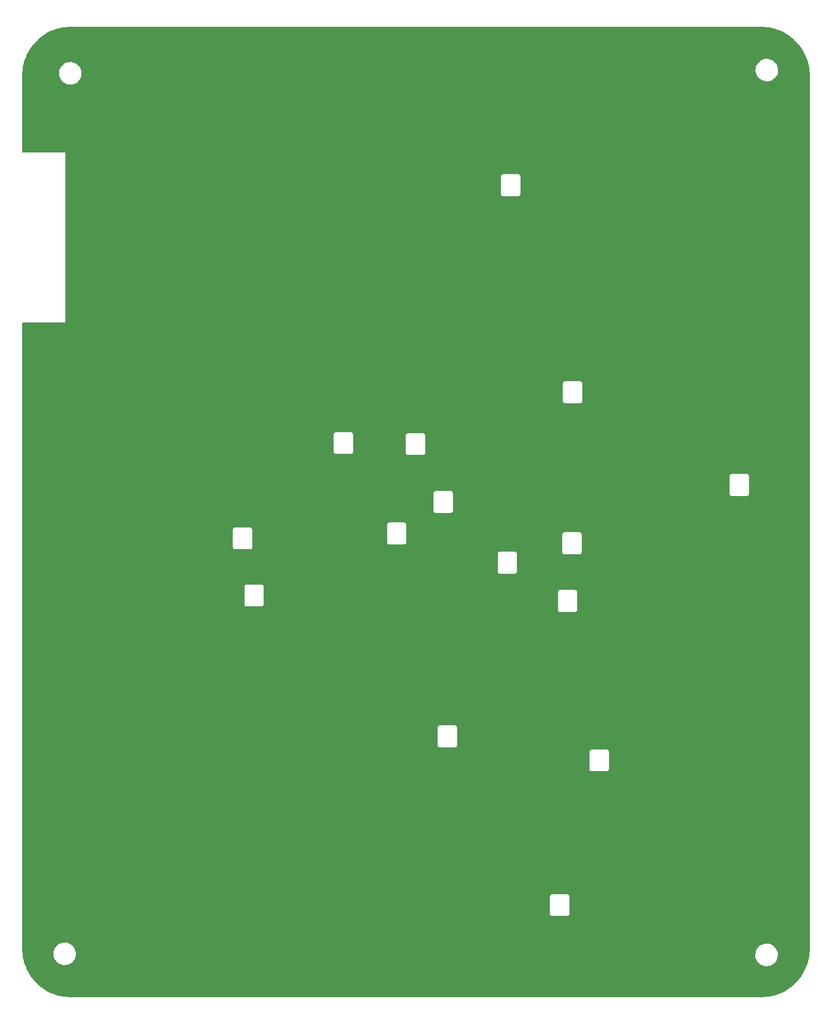
<source format=gtl>
G04 #@! TF.GenerationSoftware,KiCad,Pcbnew,7.0.10*
G04 #@! TF.CreationDate,2024-02-18T18:29:19+01:00*
G04 #@! TF.ProjectId,hackerspacesnl,6861636b-6572-4737-9061-6365736e6c2e,rev?*
G04 #@! TF.SameCoordinates,Original*
G04 #@! TF.FileFunction,Copper,L1,Top*
G04 #@! TF.FilePolarity,Positive*
%FSLAX46Y46*%
G04 Gerber Fmt 4.6, Leading zero omitted, Abs format (unit mm)*
G04 Created by KiCad (PCBNEW 7.0.10) date 2024-02-18 18:29:19*
%MOMM*%
%LPD*%
G01*
G04 APERTURE LIST*
G04 #@! TA.AperFunction,ViaPad*
%ADD10C,0.800000*%
G04 #@! TD*
G04 APERTURE END LIST*
D10*
X73914000Y-69342000D03*
X116713000Y-110998000D03*
X151765000Y-109855000D03*
X69850000Y-59690000D03*
X99695000Y-148590000D03*
X124460000Y-152400000D03*
X61595000Y-68580000D03*
X41275000Y-55245000D03*
X147320000Y-107315000D03*
X119800000Y-128100000D03*
X73025000Y-53340000D03*
X107600000Y-107000000D03*
X67800000Y-118200000D03*
X135100000Y-148800000D03*
X70400000Y-108200000D03*
X60325000Y-55245000D03*
X114935000Y-68580000D03*
X51435000Y-98425000D03*
X66040000Y-116205000D03*
X56515000Y-55245000D03*
X57150000Y-94615000D03*
X76200000Y-98425000D03*
X125730000Y-144145000D03*
X118745000Y-55245000D03*
X46990000Y-85090000D03*
X130810000Y-116840000D03*
X118000000Y-116000000D03*
X149225000Y-97155000D03*
X72390000Y-108585000D03*
X118110000Y-175260000D03*
X100600000Y-92000000D03*
X114400000Y-121100000D03*
X35560000Y-97155000D03*
X67945000Y-125730000D03*
X40640000Y-89535000D03*
X125730000Y-93980000D03*
X116600000Y-118400000D03*
X105410000Y-114300000D03*
X125730000Y-140970000D03*
X132700000Y-126200000D03*
X64135000Y-59055000D03*
X156300000Y-98400000D03*
X152400000Y-102870000D03*
X118364000Y-114808000D03*
X84200000Y-92000000D03*
X83185000Y-66040000D03*
X91440000Y-114300000D03*
X99060000Y-107315000D03*
X86360000Y-76835000D03*
X104140000Y-102235000D03*
X57150000Y-123825000D03*
X63500000Y-102870000D03*
X48260000Y-71755000D03*
X94615000Y-98425000D03*
X131200000Y-144800000D03*
X120015000Y-91440000D03*
X99700000Y-118600000D03*
X57150000Y-88900000D03*
X134620000Y-155575000D03*
X78486000Y-69342000D03*
X74900000Y-114800000D03*
X130810000Y-83820000D03*
X41275000Y-71755000D03*
X96520000Y-113665000D03*
X125730000Y-52070000D03*
X120300000Y-110500000D03*
X121920000Y-75565000D03*
X120280000Y-116801852D03*
X74295000Y-81915000D03*
X77470000Y-123190000D03*
X82550000Y-84455000D03*
X88900000Y-96520000D03*
X153035000Y-86360000D03*
X68580000Y-146050000D03*
X125095000Y-118745000D03*
X132900000Y-113600000D03*
X62865000Y-131445000D03*
X71120000Y-143510000D03*
X96520000Y-50800000D03*
X99060000Y-176530000D03*
X91440000Y-50800000D03*
X94615000Y-89535000D03*
X157480000Y-106680000D03*
X100965000Y-100330000D03*
X109855000Y-121285000D03*
X53340000Y-69215000D03*
X124500000Y-148000000D03*
X114400000Y-49000000D03*
X49530000Y-91440000D03*
X99695000Y-168910000D03*
X92075000Y-46355000D03*
X102870000Y-140970000D03*
X89535000Y-89535000D03*
X83820000Y-117475000D03*
X96300000Y-118000000D03*
X110236000Y-146304000D03*
X55880000Y-73025000D03*
X75100000Y-108500000D03*
X111900000Y-59600000D03*
X128905000Y-157480000D03*
X109220000Y-50800000D03*
X55880000Y-83820000D03*
X53340000Y-91440000D03*
X132600000Y-121900000D03*
X120650000Y-79375000D03*
X107900000Y-102300000D03*
X119380000Y-126365000D03*
X79375000Y-57785000D03*
X129540000Y-151130000D03*
X94615000Y-93345000D03*
X110120000Y-57785000D03*
X82550000Y-100330000D03*
X125500000Y-168000000D03*
X126365000Y-125730000D03*
X96100000Y-102300000D03*
G04 #@! TA.AperFunction,Conductor*
G36*
X153772680Y-28885816D02*
G01*
X154179296Y-28896037D01*
X154185486Y-28896348D01*
X154585040Y-28926564D01*
X154591197Y-28927185D01*
X154984766Y-28976944D01*
X154990899Y-28977876D01*
X155378029Y-29046696D01*
X155384033Y-29047918D01*
X155764235Y-29135307D01*
X155770165Y-29136827D01*
X156066967Y-29220799D01*
X156142916Y-29242288D01*
X156148786Y-29244107D01*
X156221313Y-29268567D01*
X156513651Y-29367163D01*
X156519365Y-29369249D01*
X156875890Y-29509428D01*
X156881497Y-29511793D01*
X157229122Y-29668576D01*
X157234578Y-29671198D01*
X157572903Y-29844138D01*
X157578188Y-29847004D01*
X157906698Y-30035602D01*
X157911815Y-30038707D01*
X158230072Y-30242506D01*
X158235013Y-30245841D01*
X158542422Y-30464290D01*
X158547177Y-30467843D01*
X158752517Y-30629158D01*
X158843357Y-30700523D01*
X158847946Y-30704310D01*
X159132333Y-30950677D01*
X159136730Y-30954674D01*
X159408889Y-31214288D01*
X159413087Y-31218489D01*
X159672513Y-31490846D01*
X159676506Y-31495244D01*
X159922700Y-31779839D01*
X159926482Y-31784430D01*
X160158983Y-32080808D01*
X160162548Y-32085585D01*
X160380837Y-32393214D01*
X160384178Y-32398171D01*
X160587808Y-32716620D01*
X160590917Y-32721750D01*
X160779399Y-33050534D01*
X160782266Y-33055831D01*
X160955056Y-33394349D01*
X160957675Y-33399804D01*
X161114355Y-33747703D01*
X161116715Y-33753305D01*
X161256793Y-34110088D01*
X161258885Y-34115828D01*
X161381855Y-34480959D01*
X161383669Y-34486824D01*
X161489047Y-34859824D01*
X161490576Y-34865798D01*
X161577891Y-35246234D01*
X161579124Y-35252299D01*
X161647888Y-35639675D01*
X161648820Y-35645816D01*
X161698538Y-36039627D01*
X161699163Y-36045821D01*
X161729357Y-36445649D01*
X161729670Y-36451876D01*
X161739883Y-36858768D01*
X161739922Y-36861879D01*
X161739922Y-180409714D01*
X161739883Y-180412825D01*
X161729670Y-180819716D01*
X161729357Y-180825943D01*
X161699163Y-181225770D01*
X161698538Y-181231963D01*
X161648820Y-181625777D01*
X161647888Y-181631919D01*
X161579124Y-182019293D01*
X161577891Y-182025358D01*
X161490576Y-182405795D01*
X161489047Y-182411769D01*
X161383669Y-182784768D01*
X161381855Y-182790633D01*
X161258883Y-183155771D01*
X161256791Y-183161511D01*
X161116718Y-183518281D01*
X161114358Y-183523883D01*
X160957675Y-183871788D01*
X160955056Y-183877243D01*
X160782266Y-184215761D01*
X160779399Y-184221058D01*
X160590917Y-184549842D01*
X160587808Y-184554972D01*
X160384196Y-184873393D01*
X160380856Y-184878350D01*
X160162532Y-185186032D01*
X160158966Y-185190810D01*
X159926482Y-185487163D01*
X159922700Y-185491753D01*
X159676506Y-185776348D01*
X159672513Y-185780746D01*
X159413087Y-186053103D01*
X159408889Y-186057304D01*
X159136751Y-186316897D01*
X159132355Y-186320894D01*
X158847936Y-186567291D01*
X158843346Y-186571078D01*
X158547188Y-186803741D01*
X158542412Y-186807310D01*
X158235021Y-187025745D01*
X158230063Y-187029092D01*
X157911824Y-187232880D01*
X157906692Y-187235993D01*
X157578187Y-187424587D01*
X157572888Y-187427461D01*
X157234580Y-187600392D01*
X157229122Y-187603015D01*
X156881497Y-187759798D01*
X156875890Y-187762163D01*
X156519365Y-187902342D01*
X156513620Y-187904439D01*
X156148800Y-188027480D01*
X156142929Y-188029300D01*
X155770176Y-188134760D01*
X155764196Y-188136292D01*
X155384068Y-188223664D01*
X155377994Y-188224901D01*
X154990910Y-188293712D01*
X154984761Y-188294647D01*
X154591216Y-188344403D01*
X154585012Y-188345029D01*
X154185510Y-188375240D01*
X154179276Y-188375554D01*
X153772680Y-188385776D01*
X153769564Y-188385815D01*
X40210220Y-188385815D01*
X40207104Y-188385776D01*
X39800509Y-188375554D01*
X39794275Y-188375240D01*
X39394771Y-188345029D01*
X39388567Y-188344403D01*
X38995025Y-188294647D01*
X38988876Y-188293712D01*
X38710181Y-188244169D01*
X38601785Y-188224900D01*
X38595720Y-188223665D01*
X38475052Y-188195929D01*
X38215587Y-188136292D01*
X38209607Y-188134760D01*
X37836855Y-188029300D01*
X37830984Y-188027480D01*
X37677009Y-187975549D01*
X37466156Y-187904436D01*
X37460419Y-187902342D01*
X37103887Y-187762160D01*
X37098280Y-187759795D01*
X36750687Y-187603027D01*
X36745229Y-187600404D01*
X36406888Y-187427457D01*
X36401588Y-187424583D01*
X36073074Y-187235983D01*
X36067960Y-187232880D01*
X35935196Y-187147863D01*
X35749755Y-187029113D01*
X35744798Y-187025768D01*
X35437346Y-186807291D01*
X35432570Y-186803721D01*
X35136430Y-186571071D01*
X35131840Y-186567283D01*
X34847443Y-186320904D01*
X34843047Y-186316908D01*
X34843035Y-186316897D01*
X34570895Y-186057302D01*
X34566699Y-186053103D01*
X34307273Y-185780746D01*
X34303280Y-185776348D01*
X34057075Y-185491741D01*
X34053293Y-185487150D01*
X33820804Y-185190786D01*
X33817239Y-185186009D01*
X33598930Y-184878350D01*
X33595624Y-184873445D01*
X33391972Y-184554961D01*
X33388865Y-184549833D01*
X33200389Y-184221058D01*
X33197522Y-184215762D01*
X33024724Y-183877226D01*
X33022105Y-183871771D01*
X32865426Y-183523874D01*
X32863066Y-183518272D01*
X32723001Y-183161522D01*
X32720909Y-183155782D01*
X32704525Y-183107134D01*
X32597925Y-182790610D01*
X32596126Y-182784793D01*
X32490739Y-182411760D01*
X32489227Y-182405852D01*
X32401891Y-182025339D01*
X32400666Y-182019309D01*
X32400663Y-182019293D01*
X32331895Y-181631887D01*
X32330971Y-181625803D01*
X32291996Y-181317083D01*
X37368467Y-181317083D01*
X37398093Y-181586333D01*
X37398095Y-181586344D01*
X37466606Y-181848402D01*
X37466608Y-181848408D01*
X37572550Y-182097710D01*
X37644678Y-182215895D01*
X37713659Y-182328925D01*
X37713666Y-182328935D01*
X37886933Y-182537139D01*
X37886939Y-182537144D01*
X38088678Y-182717902D01*
X38314590Y-182867364D01*
X38559856Y-182982340D01*
X38559863Y-182982342D01*
X38559865Y-182982343D01*
X38819237Y-183060377D01*
X38819244Y-183060378D01*
X38819249Y-183060380D01*
X39087241Y-183099820D01*
X39087246Y-183099820D01*
X39290309Y-183099820D01*
X39290311Y-183099820D01*
X39290316Y-183099819D01*
X39290328Y-183099819D01*
X39327871Y-183097070D01*
X39492836Y-183084997D01*
X39605438Y-183059913D01*
X39757226Y-183026102D01*
X39757228Y-183026101D01*
X39757233Y-183026100D01*
X40010238Y-182929334D01*
X40246457Y-182796761D01*
X40460857Y-182631208D01*
X40648866Y-182436201D01*
X40806479Y-182215899D01*
X40905842Y-182022637D01*
X40930329Y-181975010D01*
X40930331Y-181975004D01*
X40930336Y-181974995D01*
X41017798Y-181718625D01*
X41059125Y-181494883D01*
X152796227Y-181494883D01*
X152825853Y-181764133D01*
X152825855Y-181764144D01*
X152894150Y-182025375D01*
X152894368Y-182026208D01*
X153000310Y-182275510D01*
X153081805Y-182409044D01*
X153141419Y-182506725D01*
X153141426Y-182506735D01*
X153314693Y-182714939D01*
X153314699Y-182714944D01*
X153399175Y-182790634D01*
X153516438Y-182895702D01*
X153742350Y-183045164D01*
X153987616Y-183160140D01*
X153987623Y-183160142D01*
X153987625Y-183160143D01*
X154246997Y-183238177D01*
X154247004Y-183238178D01*
X154247009Y-183238180D01*
X154515001Y-183277620D01*
X154515006Y-183277620D01*
X154718069Y-183277620D01*
X154718071Y-183277620D01*
X154718076Y-183277619D01*
X154718088Y-183277619D01*
X154755631Y-183274870D01*
X154920596Y-183262797D01*
X155033198Y-183237713D01*
X155184986Y-183203902D01*
X155184988Y-183203901D01*
X155184993Y-183203900D01*
X155437998Y-183107134D01*
X155674217Y-182974561D01*
X155888617Y-182809008D01*
X156076626Y-182614001D01*
X156234239Y-182393699D01*
X156325654Y-182215895D01*
X156358089Y-182152810D01*
X156358091Y-182152804D01*
X156358096Y-182152795D01*
X156445558Y-181896425D01*
X156494759Y-181630053D01*
X156504652Y-181359355D01*
X156475026Y-181090102D01*
X156406512Y-180828032D01*
X156300570Y-180578730D01*
X156159458Y-180347510D01*
X156105557Y-180282741D01*
X155986186Y-180139300D01*
X155986180Y-180139295D01*
X155784442Y-179958538D01*
X155558532Y-179809077D01*
X155558530Y-179809076D01*
X155313264Y-179694100D01*
X155313259Y-179694098D01*
X155313254Y-179694096D01*
X155053882Y-179616062D01*
X155053868Y-179616059D01*
X154938231Y-179599041D01*
X154785879Y-179576620D01*
X154582809Y-179576620D01*
X154582791Y-179576620D01*
X154380284Y-179591443D01*
X154380271Y-179591445D01*
X154115893Y-179650337D01*
X154115886Y-179650340D01*
X153862879Y-179747107D01*
X153626666Y-179879677D01*
X153412262Y-180045232D01*
X153224262Y-180240229D01*
X153224256Y-180240236D01*
X153066642Y-180460539D01*
X153066639Y-180460544D01*
X152942790Y-180701429D01*
X152942783Y-180701447D01*
X152855324Y-180957805D01*
X152855321Y-180957819D01*
X152830889Y-181090095D01*
X152813996Y-181181555D01*
X152806121Y-181224188D01*
X152806120Y-181224195D01*
X152796227Y-181494883D01*
X41059125Y-181494883D01*
X41066999Y-181452253D01*
X41076892Y-181181555D01*
X41047266Y-180912302D01*
X40978752Y-180650232D01*
X40872810Y-180400930D01*
X40731698Y-180169710D01*
X40642427Y-180062439D01*
X40558426Y-179961500D01*
X40558420Y-179961495D01*
X40356682Y-179780738D01*
X40130772Y-179631277D01*
X40130770Y-179631276D01*
X39885504Y-179516300D01*
X39885499Y-179516298D01*
X39885494Y-179516296D01*
X39626122Y-179438262D01*
X39626108Y-179438259D01*
X39510471Y-179421241D01*
X39358119Y-179398820D01*
X39155049Y-179398820D01*
X39155031Y-179398820D01*
X38952524Y-179413643D01*
X38952511Y-179413645D01*
X38688133Y-179472537D01*
X38688126Y-179472540D01*
X38435119Y-179569307D01*
X38198906Y-179701877D01*
X37984502Y-179867432D01*
X37796502Y-180062429D01*
X37796496Y-180062436D01*
X37638882Y-180282739D01*
X37638879Y-180282744D01*
X37515030Y-180523629D01*
X37515023Y-180523647D01*
X37427564Y-180780005D01*
X37427561Y-180780019D01*
X37378361Y-181046388D01*
X37378360Y-181046395D01*
X37368467Y-181317083D01*
X32291996Y-181317083D01*
X32281249Y-181231953D01*
X32280625Y-181225769D01*
X32280506Y-181224187D01*
X32250430Y-180825914D01*
X32250120Y-180819745D01*
X32239907Y-180412825D01*
X32239868Y-180409714D01*
X32239868Y-174685027D01*
X119012300Y-174685027D01*
X119039593Y-174786887D01*
X119092320Y-174878213D01*
X119166887Y-174952780D01*
X119258213Y-175005507D01*
X119360073Y-175032800D01*
X119360075Y-175032800D01*
X121865525Y-175032800D01*
X121865527Y-175032800D01*
X121967387Y-175005507D01*
X122058713Y-174952780D01*
X122133280Y-174878213D01*
X122186007Y-174786887D01*
X122213300Y-174685027D01*
X122213300Y-174632300D01*
X122213300Y-174631800D01*
X122213300Y-171832201D01*
X122213300Y-171779573D01*
X122186007Y-171677713D01*
X122133280Y-171586387D01*
X122058713Y-171511820D01*
X121967387Y-171459093D01*
X121865527Y-171431800D01*
X121812899Y-171431800D01*
X119413300Y-171431800D01*
X119412800Y-171431800D01*
X119360073Y-171431800D01*
X119258213Y-171459093D01*
X119258210Y-171459094D01*
X119166885Y-171511821D01*
X119092321Y-171586385D01*
X119039594Y-171677710D01*
X119039593Y-171677713D01*
X119012300Y-171779573D01*
X119012300Y-171832201D01*
X119012300Y-174631800D01*
X119012300Y-174632300D01*
X119012300Y-174685027D01*
X32239868Y-174685027D01*
X32239868Y-150910627D01*
X125514700Y-150910627D01*
X125541993Y-151012487D01*
X125594720Y-151103813D01*
X125669287Y-151178380D01*
X125760613Y-151231107D01*
X125862473Y-151258400D01*
X125862475Y-151258400D01*
X128367925Y-151258400D01*
X128367927Y-151258400D01*
X128469787Y-151231107D01*
X128561113Y-151178380D01*
X128635680Y-151103813D01*
X128688407Y-151012487D01*
X128715700Y-150910627D01*
X128715700Y-150857900D01*
X128715700Y-150857400D01*
X128715700Y-148057801D01*
X128715700Y-148005173D01*
X128688407Y-147903313D01*
X128635680Y-147811987D01*
X128561113Y-147737420D01*
X128469787Y-147684693D01*
X128367927Y-147657400D01*
X128315299Y-147657400D01*
X125915700Y-147657400D01*
X125915200Y-147657400D01*
X125862473Y-147657400D01*
X125760613Y-147684693D01*
X125760610Y-147684694D01*
X125669285Y-147737421D01*
X125594721Y-147811985D01*
X125541994Y-147903310D01*
X125541993Y-147903313D01*
X125514700Y-148005173D01*
X125514700Y-148057801D01*
X125514700Y-150857400D01*
X125514700Y-150857900D01*
X125514700Y-150910627D01*
X32239868Y-150910627D01*
X32239868Y-146948227D01*
X100546500Y-146948227D01*
X100573793Y-147050087D01*
X100626520Y-147141413D01*
X100701087Y-147215980D01*
X100792413Y-147268707D01*
X100894273Y-147296000D01*
X100894275Y-147296000D01*
X103399725Y-147296000D01*
X103399727Y-147296000D01*
X103501587Y-147268707D01*
X103592913Y-147215980D01*
X103667480Y-147141413D01*
X103720207Y-147050087D01*
X103747500Y-146948227D01*
X103747500Y-146895500D01*
X103747500Y-146895000D01*
X103747500Y-144095401D01*
X103747500Y-144042773D01*
X103720207Y-143940913D01*
X103667480Y-143849587D01*
X103592913Y-143775020D01*
X103501587Y-143722293D01*
X103399727Y-143695000D01*
X103347099Y-143695000D01*
X100947500Y-143695000D01*
X100947000Y-143695000D01*
X100894273Y-143695000D01*
X100792413Y-143722293D01*
X100792410Y-143722294D01*
X100701085Y-143775021D01*
X100626521Y-143849585D01*
X100573794Y-143940910D01*
X100573793Y-143940913D01*
X100546500Y-144042773D01*
X100546500Y-144095401D01*
X100546500Y-146895000D01*
X100546500Y-146895500D01*
X100546500Y-146948227D01*
X32239868Y-146948227D01*
X32239868Y-124604745D01*
X120324555Y-124604745D01*
X120324565Y-124708764D01*
X120324565Y-124708766D01*
X120351867Y-124810629D01*
X120351866Y-124810629D01*
X120404597Y-124901948D01*
X120404598Y-124901949D01*
X120479167Y-124976515D01*
X120570493Y-125029242D01*
X120672353Y-125056538D01*
X120700314Y-125056538D01*
X120700320Y-125056540D01*
X120724981Y-125056540D01*
X123137085Y-125056540D01*
X123137679Y-125056480D01*
X123177803Y-125056483D01*
X123279656Y-125029198D01*
X123370978Y-124976481D01*
X123445545Y-124901926D01*
X123498275Y-124810612D01*
X123525575Y-124708763D01*
X123525580Y-124656040D01*
X123525580Y-124655540D01*
X123525580Y-121855941D01*
X123525580Y-121843974D01*
X123525561Y-121843781D01*
X123525565Y-121803313D01*
X123498279Y-121701451D01*
X123472206Y-121656287D01*
X123445557Y-121610124D01*
X123370992Y-121535555D01*
X123370991Y-121535554D01*
X123370988Y-121535552D01*
X123314338Y-121502845D01*
X123279667Y-121482828D01*
X123177807Y-121455538D01*
X123177806Y-121455538D01*
X123125079Y-121455540D01*
X120776500Y-121455540D01*
X120776285Y-121455477D01*
X120672350Y-121455482D01*
X120570484Y-121482784D01*
X120479152Y-121535521D01*
X120404584Y-121610101D01*
X120351861Y-121701436D01*
X120324574Y-121803309D01*
X120324580Y-121856040D01*
X120324580Y-124604660D01*
X120324555Y-124604745D01*
X32239868Y-124604745D01*
X32239868Y-123791827D01*
X68757500Y-123791827D01*
X68784793Y-123893687D01*
X68837520Y-123985013D01*
X68912087Y-124059580D01*
X69003413Y-124112307D01*
X69105273Y-124139600D01*
X69105275Y-124139600D01*
X71610725Y-124139600D01*
X71610727Y-124139600D01*
X71712587Y-124112307D01*
X71803913Y-124059580D01*
X71878480Y-123985013D01*
X71931207Y-123893687D01*
X71958500Y-123791827D01*
X71958500Y-123739100D01*
X71958500Y-123738600D01*
X71958500Y-120939001D01*
X71958500Y-120886373D01*
X71931207Y-120784513D01*
X71878480Y-120693187D01*
X71803913Y-120618620D01*
X71712587Y-120565893D01*
X71610727Y-120538600D01*
X71558099Y-120538600D01*
X69158500Y-120538600D01*
X69158000Y-120538600D01*
X69105273Y-120538600D01*
X69003413Y-120565893D01*
X69003410Y-120565894D01*
X68912085Y-120618621D01*
X68837521Y-120693185D01*
X68784794Y-120784510D01*
X68784793Y-120784513D01*
X68757500Y-120886373D01*
X68757500Y-120939001D01*
X68757500Y-123738600D01*
X68757500Y-123739100D01*
X68757500Y-123791827D01*
X32239868Y-123791827D01*
X32239868Y-118411327D01*
X110414400Y-118411327D01*
X110441693Y-118513187D01*
X110494420Y-118604513D01*
X110568987Y-118679080D01*
X110660313Y-118731807D01*
X110762173Y-118759100D01*
X110762175Y-118759100D01*
X113267625Y-118759100D01*
X113267627Y-118759100D01*
X113369487Y-118731807D01*
X113460813Y-118679080D01*
X113535380Y-118604513D01*
X113588107Y-118513187D01*
X113615400Y-118411327D01*
X113615400Y-118358600D01*
X113615400Y-118358100D01*
X113615400Y-115558501D01*
X113615400Y-115505873D01*
X113588107Y-115404013D01*
X113535380Y-115312687D01*
X113460813Y-115238120D01*
X113435710Y-115223627D01*
X121031600Y-115223627D01*
X121058893Y-115325487D01*
X121111620Y-115416813D01*
X121186187Y-115491380D01*
X121277513Y-115544107D01*
X121379373Y-115571400D01*
X121379375Y-115571400D01*
X123884825Y-115571400D01*
X123884827Y-115571400D01*
X123986687Y-115544107D01*
X124078013Y-115491380D01*
X124152580Y-115416813D01*
X124205307Y-115325487D01*
X124232600Y-115223627D01*
X124232600Y-115170900D01*
X124232600Y-115170400D01*
X124232600Y-112370801D01*
X124232600Y-112318173D01*
X124205307Y-112216313D01*
X124152580Y-112124987D01*
X124078013Y-112050420D01*
X123986687Y-111997693D01*
X123884827Y-111970400D01*
X123832199Y-111970400D01*
X121432600Y-111970400D01*
X121432100Y-111970400D01*
X121379373Y-111970400D01*
X121277513Y-111997693D01*
X121277510Y-111997694D01*
X121186185Y-112050421D01*
X121111621Y-112124985D01*
X121058894Y-112216310D01*
X121058893Y-112216313D01*
X121031600Y-112318173D01*
X121031600Y-112370801D01*
X121031600Y-115170400D01*
X121031600Y-115170900D01*
X121031600Y-115223627D01*
X113435710Y-115223627D01*
X113369487Y-115185393D01*
X113267627Y-115158100D01*
X113214999Y-115158100D01*
X110815400Y-115158100D01*
X110814900Y-115158100D01*
X110762173Y-115158100D01*
X110660313Y-115185393D01*
X110660310Y-115185394D01*
X110568985Y-115238121D01*
X110494421Y-115312685D01*
X110441694Y-115404010D01*
X110441693Y-115404013D01*
X110414400Y-115505873D01*
X110414400Y-115558501D01*
X110414400Y-118358100D01*
X110414400Y-118358600D01*
X110414400Y-118411327D01*
X32239868Y-118411327D01*
X32239868Y-114423527D01*
X66877000Y-114423527D01*
X66904293Y-114525387D01*
X66957020Y-114616713D01*
X67031587Y-114691280D01*
X67122913Y-114744007D01*
X67224773Y-114771300D01*
X67224775Y-114771300D01*
X69730225Y-114771300D01*
X69730227Y-114771300D01*
X69832087Y-114744007D01*
X69923413Y-114691280D01*
X69997980Y-114616713D01*
X70050707Y-114525387D01*
X70078000Y-114423527D01*
X70078000Y-114370800D01*
X70078000Y-114370300D01*
X70078000Y-113598809D01*
X92216918Y-113598809D01*
X92244210Y-113700675D01*
X92296939Y-113792005D01*
X92371511Y-113866573D01*
X92462844Y-113919298D01*
X92462846Y-113919298D01*
X92462847Y-113919299D01*
X92462963Y-113919330D01*
X92564711Y-113946585D01*
X92564712Y-113946584D01*
X92564713Y-113946585D01*
X92617440Y-113946580D01*
X92617940Y-113946580D01*
X94966021Y-113946580D01*
X94966242Y-113946644D01*
X95017440Y-113946639D01*
X95017440Y-113946640D01*
X95070170Y-113946635D01*
X95172035Y-113919330D01*
X95263363Y-113866592D01*
X95337929Y-113792014D01*
X95390653Y-113700679D01*
X95417943Y-113598810D01*
X95417940Y-113546080D01*
X95417940Y-113545580D01*
X95417940Y-110745981D01*
X95417940Y-110745980D01*
X95417940Y-110733492D01*
X95417918Y-110733289D01*
X95417918Y-110693356D01*
X95390623Y-110591500D01*
X95337899Y-110500179D01*
X95337887Y-110500167D01*
X95263340Y-110425616D01*
X95263332Y-110425610D01*
X95172025Y-110372888D01*
X95172019Y-110372885D01*
X95172018Y-110372885D01*
X95172016Y-110372884D01*
X95172015Y-110372884D01*
X95070168Y-110345586D01*
X95070167Y-110345585D01*
X95070164Y-110345585D01*
X95017539Y-110345580D01*
X92617341Y-110345580D01*
X92605694Y-110345580D01*
X92605090Y-110345638D01*
X92564722Y-110345634D01*
X92564718Y-110345635D01*
X92564717Y-110345635D01*
X92527455Y-110355615D01*
X92462863Y-110372916D01*
X92462858Y-110372918D01*
X92371535Y-110425632D01*
X92371533Y-110425634D01*
X92296970Y-110500186D01*
X92296966Y-110500193D01*
X92244240Y-110591504D01*
X92216941Y-110693358D01*
X92216940Y-110745982D01*
X92216940Y-113494696D01*
X92216921Y-113494757D01*
X92216920Y-113546080D01*
X92216918Y-113598809D01*
X70078000Y-113598809D01*
X70078000Y-111570701D01*
X70078000Y-111518073D01*
X70050707Y-111416213D01*
X69997980Y-111324887D01*
X69923413Y-111250320D01*
X69832087Y-111197593D01*
X69730227Y-111170300D01*
X69677599Y-111170300D01*
X67278000Y-111170300D01*
X67277500Y-111170300D01*
X67224773Y-111170300D01*
X67122913Y-111197593D01*
X67122910Y-111197594D01*
X67031585Y-111250321D01*
X66957021Y-111324885D01*
X66904294Y-111416210D01*
X66904293Y-111416213D01*
X66877000Y-111518073D01*
X66877000Y-111570701D01*
X66877000Y-114370300D01*
X66877000Y-114370800D01*
X66877000Y-114423527D01*
X32239868Y-114423527D01*
X32239868Y-108429127D01*
X99848000Y-108429127D01*
X99875293Y-108530987D01*
X99928020Y-108622313D01*
X100002587Y-108696880D01*
X100093913Y-108749607D01*
X100195773Y-108776900D01*
X100195775Y-108776900D01*
X102701225Y-108776900D01*
X102701227Y-108776900D01*
X102803087Y-108749607D01*
X102894413Y-108696880D01*
X102968980Y-108622313D01*
X103021707Y-108530987D01*
X103049000Y-108429127D01*
X103049000Y-108376400D01*
X103049000Y-108375900D01*
X103049000Y-105582202D01*
X148538900Y-105582202D01*
X148538918Y-105582398D01*
X148538917Y-105623202D01*
X148538917Y-105623206D01*
X148538918Y-105623208D01*
X148538918Y-105623209D01*
X148566205Y-105725065D01*
X148592279Y-105770228D01*
X148618929Y-105816391D01*
X148693493Y-105890959D01*
X148784816Y-105943686D01*
X148886674Y-105970980D01*
X148939301Y-105970980D01*
X151288018Y-105970980D01*
X151288086Y-105971000D01*
X151339400Y-105971000D01*
X151392127Y-105971000D01*
X151392129Y-105971000D01*
X151493992Y-105943705D01*
X151585320Y-105890975D01*
X151659887Y-105816403D01*
X151686544Y-105770228D01*
X151712611Y-105725076D01*
X151712612Y-105725073D01*
X151712614Y-105725065D01*
X151739903Y-105623208D01*
X151739900Y-105570480D01*
X151739900Y-105569980D01*
X151739900Y-102821861D01*
X151739921Y-102821786D01*
X151739918Y-102717753D01*
X151712621Y-102615899D01*
X151712619Y-102615891D01*
X151659889Y-102524566D01*
X151585318Y-102449999D01*
X151585315Y-102449997D01*
X151493993Y-102397274D01*
X151493987Y-102397271D01*
X151392129Y-102369980D01*
X151392128Y-102369980D01*
X151339499Y-102369980D01*
X148939301Y-102369980D01*
X148927354Y-102369980D01*
X148927148Y-102370000D01*
X148886669Y-102370000D01*
X148784817Y-102397290D01*
X148784811Y-102397292D01*
X148693496Y-102450013D01*
X148618927Y-102524577D01*
X148618924Y-102524581D01*
X148566199Y-102615897D01*
X148538901Y-102717758D01*
X148538900Y-102770382D01*
X148538900Y-105582202D01*
X103049000Y-105582202D01*
X103049000Y-105576301D01*
X103049000Y-105523673D01*
X103021707Y-105421813D01*
X102968980Y-105330487D01*
X102894413Y-105255920D01*
X102803087Y-105203193D01*
X102701227Y-105175900D01*
X102648599Y-105175900D01*
X100249000Y-105175900D01*
X100248500Y-105175900D01*
X100195773Y-105175900D01*
X100093913Y-105203193D01*
X100093910Y-105203194D01*
X100002585Y-105255921D01*
X99928021Y-105330485D01*
X99875294Y-105421810D01*
X99875293Y-105421813D01*
X99848000Y-105523673D01*
X99848000Y-105576301D01*
X99848000Y-108375900D01*
X99848000Y-108376400D01*
X99848000Y-108429127D01*
X32239868Y-108429127D01*
X32239868Y-98751727D01*
X83426900Y-98751727D01*
X83454193Y-98853587D01*
X83506920Y-98944913D01*
X83581487Y-99019480D01*
X83672813Y-99072207D01*
X83774673Y-99099500D01*
X83774675Y-99099500D01*
X86280125Y-99099500D01*
X86280127Y-99099500D01*
X86381987Y-99072207D01*
X86473313Y-99019480D01*
X86547880Y-98944913D01*
X86564095Y-98916827D01*
X95301400Y-98916827D01*
X95328693Y-99018687D01*
X95381420Y-99110013D01*
X95455987Y-99184580D01*
X95547313Y-99237307D01*
X95649173Y-99264600D01*
X95649175Y-99264600D01*
X98154625Y-99264600D01*
X98154627Y-99264600D01*
X98256487Y-99237307D01*
X98347813Y-99184580D01*
X98422380Y-99110013D01*
X98475107Y-99018687D01*
X98502400Y-98916827D01*
X98502400Y-98864100D01*
X98502400Y-98863600D01*
X98502400Y-96064001D01*
X98502400Y-96011373D01*
X98475107Y-95909513D01*
X98422380Y-95818187D01*
X98347813Y-95743620D01*
X98256487Y-95690893D01*
X98154627Y-95663600D01*
X98101999Y-95663600D01*
X95702400Y-95663600D01*
X95701900Y-95663600D01*
X95649173Y-95663600D01*
X95547313Y-95690893D01*
X95547310Y-95690894D01*
X95455985Y-95743621D01*
X95381421Y-95818185D01*
X95328694Y-95909510D01*
X95328693Y-95909513D01*
X95301400Y-96011373D01*
X95301400Y-96064001D01*
X95301400Y-98863600D01*
X95301400Y-98864100D01*
X95301400Y-98916827D01*
X86564095Y-98916827D01*
X86600607Y-98853587D01*
X86627900Y-98751727D01*
X86627900Y-98699000D01*
X86627900Y-98698500D01*
X86627900Y-95898901D01*
X86627900Y-95846273D01*
X86600607Y-95744413D01*
X86547880Y-95653087D01*
X86473313Y-95578520D01*
X86381987Y-95525793D01*
X86280127Y-95498500D01*
X86227499Y-95498500D01*
X83827900Y-95498500D01*
X83827400Y-95498500D01*
X83774673Y-95498500D01*
X83672813Y-95525793D01*
X83672810Y-95525794D01*
X83581485Y-95578521D01*
X83506921Y-95653085D01*
X83454194Y-95744410D01*
X83454193Y-95744413D01*
X83426900Y-95846273D01*
X83426900Y-95898901D01*
X83426900Y-98698500D01*
X83426900Y-98699000D01*
X83426900Y-98751727D01*
X32239868Y-98751727D01*
X32239868Y-90395127D01*
X121158600Y-90395127D01*
X121185893Y-90496987D01*
X121238620Y-90588313D01*
X121313187Y-90662880D01*
X121404513Y-90715607D01*
X121506373Y-90742900D01*
X121506375Y-90742900D01*
X124011825Y-90742900D01*
X124011827Y-90742900D01*
X124113687Y-90715607D01*
X124205013Y-90662880D01*
X124279580Y-90588313D01*
X124332307Y-90496987D01*
X124359600Y-90395127D01*
X124359600Y-90342400D01*
X124359600Y-90341900D01*
X124359600Y-87542301D01*
X124359600Y-87489673D01*
X124332307Y-87387813D01*
X124279580Y-87296487D01*
X124205013Y-87221920D01*
X124113687Y-87169193D01*
X124011827Y-87141900D01*
X123959199Y-87141900D01*
X121559600Y-87141900D01*
X121559100Y-87141900D01*
X121506373Y-87141900D01*
X121404513Y-87169193D01*
X121404510Y-87169194D01*
X121313185Y-87221921D01*
X121238621Y-87296485D01*
X121185894Y-87387810D01*
X121185893Y-87387813D01*
X121158600Y-87489673D01*
X121158600Y-87542301D01*
X121158600Y-90341900D01*
X121158600Y-90342400D01*
X121158600Y-90395127D01*
X32239868Y-90395127D01*
X32239868Y-77594000D01*
X32259553Y-77526961D01*
X32312357Y-77481206D01*
X32363868Y-77470000D01*
X39370000Y-77470000D01*
X39370000Y-56346427D01*
X110958700Y-56346427D01*
X110985993Y-56448287D01*
X111038720Y-56539613D01*
X111113287Y-56614180D01*
X111204613Y-56666907D01*
X111306473Y-56694200D01*
X111306475Y-56694200D01*
X113811925Y-56694200D01*
X113811927Y-56694200D01*
X113913787Y-56666907D01*
X114005113Y-56614180D01*
X114079680Y-56539613D01*
X114132407Y-56448287D01*
X114159700Y-56346427D01*
X114159700Y-56293700D01*
X114159700Y-56293200D01*
X114159700Y-53493601D01*
X114159700Y-53440973D01*
X114132407Y-53339113D01*
X114079680Y-53247787D01*
X114005113Y-53173220D01*
X113913787Y-53120493D01*
X113811927Y-53093200D01*
X113759299Y-53093200D01*
X111359700Y-53093200D01*
X111359200Y-53093200D01*
X111306473Y-53093200D01*
X111204613Y-53120493D01*
X111204610Y-53120494D01*
X111113285Y-53173221D01*
X111038721Y-53247785D01*
X110985994Y-53339110D01*
X110985993Y-53339113D01*
X110958700Y-53440973D01*
X110958700Y-53493601D01*
X110958700Y-56293200D01*
X110958700Y-56293700D01*
X110958700Y-56346427D01*
X39370000Y-56346427D01*
X39370000Y-49530000D01*
X32363868Y-49530000D01*
X32296829Y-49510315D01*
X32251074Y-49457511D01*
X32239868Y-49406000D01*
X32239868Y-36861879D01*
X32239907Y-36858768D01*
X32243313Y-36723051D01*
X32246706Y-36587883D01*
X38282867Y-36587883D01*
X38312493Y-36857133D01*
X38312495Y-36857144D01*
X38368512Y-37071410D01*
X38381008Y-37119208D01*
X38486950Y-37368510D01*
X38543019Y-37460382D01*
X38628059Y-37599725D01*
X38628066Y-37599735D01*
X38801333Y-37807939D01*
X38801339Y-37807944D01*
X38839682Y-37842299D01*
X39003078Y-37988702D01*
X39228990Y-38138164D01*
X39474256Y-38253140D01*
X39474263Y-38253142D01*
X39474265Y-38253143D01*
X39733637Y-38331177D01*
X39733644Y-38331178D01*
X39733649Y-38331180D01*
X40001641Y-38370620D01*
X40001646Y-38370620D01*
X40204709Y-38370620D01*
X40204711Y-38370620D01*
X40204716Y-38370619D01*
X40204728Y-38370619D01*
X40242271Y-38367870D01*
X40407236Y-38355797D01*
X40519838Y-38330713D01*
X40671626Y-38296902D01*
X40671628Y-38296901D01*
X40671633Y-38296900D01*
X40924638Y-38200134D01*
X41160857Y-38067561D01*
X41375257Y-37902008D01*
X41563266Y-37707001D01*
X41720879Y-37486699D01*
X41794867Y-37342789D01*
X41844729Y-37245810D01*
X41844731Y-37245804D01*
X41844736Y-37245795D01*
X41932198Y-36989425D01*
X41981399Y-36723053D01*
X41991292Y-36452355D01*
X41961666Y-36183102D01*
X41929369Y-36059563D01*
X152826707Y-36059563D01*
X152856333Y-36328813D01*
X152856335Y-36328824D01*
X152924846Y-36590882D01*
X152924848Y-36590888D01*
X153030790Y-36840190D01*
X153044027Y-36861879D01*
X153171899Y-37071405D01*
X153171906Y-37071415D01*
X153345173Y-37279619D01*
X153345179Y-37279624D01*
X153546918Y-37460382D01*
X153772830Y-37609844D01*
X154018096Y-37724820D01*
X154018103Y-37724822D01*
X154018105Y-37724823D01*
X154277477Y-37802857D01*
X154277484Y-37802858D01*
X154277489Y-37802860D01*
X154545481Y-37842300D01*
X154545486Y-37842300D01*
X154748549Y-37842300D01*
X154748551Y-37842300D01*
X154748556Y-37842299D01*
X154748568Y-37842299D01*
X154786111Y-37839550D01*
X154951076Y-37827477D01*
X155063678Y-37802393D01*
X155215466Y-37768582D01*
X155215468Y-37768581D01*
X155215473Y-37768580D01*
X155468478Y-37671814D01*
X155704697Y-37539241D01*
X155919097Y-37373688D01*
X156107106Y-37178681D01*
X156264719Y-36958379D01*
X156338707Y-36814469D01*
X156388569Y-36717490D01*
X156388571Y-36717484D01*
X156388576Y-36717475D01*
X156476038Y-36461105D01*
X156525239Y-36194733D01*
X156535132Y-35924035D01*
X156505506Y-35654782D01*
X156436992Y-35392712D01*
X156331050Y-35143410D01*
X156189938Y-34912190D01*
X156181521Y-34902076D01*
X156016666Y-34703980D01*
X156016660Y-34703975D01*
X155814922Y-34523218D01*
X155589012Y-34373757D01*
X155589010Y-34373756D01*
X155343744Y-34258780D01*
X155343739Y-34258778D01*
X155343734Y-34258776D01*
X155084362Y-34180742D01*
X155084348Y-34180739D01*
X154968711Y-34163721D01*
X154816359Y-34141300D01*
X154613289Y-34141300D01*
X154613271Y-34141300D01*
X154410764Y-34156123D01*
X154410751Y-34156125D01*
X154146373Y-34215017D01*
X154146366Y-34215020D01*
X153893359Y-34311787D01*
X153657146Y-34444357D01*
X153442742Y-34609912D01*
X153254742Y-34804909D01*
X153254736Y-34804916D01*
X153097122Y-35025219D01*
X153097119Y-35025224D01*
X152973270Y-35266109D01*
X152973263Y-35266127D01*
X152885804Y-35522485D01*
X152885801Y-35522499D01*
X152836601Y-35788868D01*
X152836600Y-35788875D01*
X152826707Y-36059563D01*
X41929369Y-36059563D01*
X41893152Y-35921032D01*
X41787210Y-35671730D01*
X41646098Y-35440510D01*
X41606325Y-35392717D01*
X41472826Y-35232300D01*
X41472820Y-35232295D01*
X41271082Y-35051538D01*
X41045172Y-34902077D01*
X41045170Y-34902076D01*
X40799904Y-34787100D01*
X40799899Y-34787098D01*
X40799894Y-34787096D01*
X40540522Y-34709062D01*
X40540508Y-34709059D01*
X40424871Y-34692041D01*
X40272519Y-34669620D01*
X40069449Y-34669620D01*
X40069431Y-34669620D01*
X39866924Y-34684443D01*
X39866911Y-34684445D01*
X39602533Y-34743337D01*
X39602526Y-34743340D01*
X39349519Y-34840107D01*
X39113306Y-34972677D01*
X38898902Y-35138232D01*
X38710902Y-35333229D01*
X38710896Y-35333236D01*
X38553282Y-35553539D01*
X38553279Y-35553544D01*
X38429430Y-35794429D01*
X38429423Y-35794447D01*
X38341964Y-36050805D01*
X38341961Y-36050819D01*
X38292761Y-36317188D01*
X38292760Y-36317195D01*
X38282867Y-36587883D01*
X32246706Y-36587883D01*
X32250120Y-36451845D01*
X32250430Y-36445680D01*
X32280626Y-36045809D01*
X32281250Y-36039630D01*
X32330972Y-35645783D01*
X32331900Y-35639675D01*
X32400668Y-35252271D01*
X32401896Y-35246234D01*
X32489229Y-34865731D01*
X32490742Y-34859824D01*
X32596129Y-34486789D01*
X32597921Y-34480994D01*
X32720913Y-34115797D01*
X32723001Y-34110070D01*
X32863069Y-33753313D01*
X32863073Y-33753305D01*
X32863075Y-33753297D01*
X32865429Y-33747711D01*
X33022105Y-33399821D01*
X33024724Y-33394366D01*
X33024733Y-33394349D01*
X33197530Y-33055815D01*
X33200380Y-33050549D01*
X33388877Y-32721739D01*
X33391961Y-32716649D01*
X33595637Y-32398128D01*
X33598921Y-32393255D01*
X33817239Y-32085585D01*
X33820786Y-32080831D01*
X34053303Y-31784430D01*
X34057086Y-31779839D01*
X34303293Y-31495228D01*
X34307259Y-31490861D01*
X34566721Y-31218466D01*
X34570874Y-31214310D01*
X34843072Y-30954660D01*
X34847394Y-30950730D01*
X35131862Y-30704290D01*
X35136441Y-30700513D01*
X35432583Y-30467861D01*
X35437332Y-30464310D01*
X35744811Y-30245814D01*
X35749742Y-30242487D01*
X36067994Y-30038690D01*
X36073044Y-30035626D01*
X36401631Y-29846984D01*
X36406860Y-29844148D01*
X36745243Y-29671179D01*
X36750671Y-29668571D01*
X37098287Y-29511792D01*
X37103887Y-29509431D01*
X37370489Y-29404607D01*
X37460428Y-29369245D01*
X37466126Y-29367166D01*
X37831014Y-29244101D01*
X37836825Y-29242300D01*
X38209639Y-29136822D01*
X38215566Y-29135303D01*
X38595758Y-29047917D01*
X38601746Y-29046697D01*
X38988893Y-28977875D01*
X38995008Y-28976945D01*
X39388594Y-28927184D01*
X39394739Y-28926564D01*
X39794300Y-28896348D01*
X39800486Y-28896037D01*
X40207103Y-28885816D01*
X40210219Y-28885778D01*
X153769565Y-28885778D01*
X153772680Y-28885816D01*
G37*
G04 #@! TD.AperFunction*
M02*

</source>
